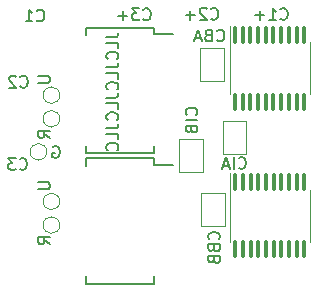
<source format=gbo>
%TF.GenerationSoftware,KiCad,Pcbnew,7.0.5*%
%TF.CreationDate,2023-06-11T19:33:25+08:00*%
%TF.ProjectId,DiveCAN Head,44697665-4341-44e2-9048-6561642e6b69,rev?*%
%TF.SameCoordinates,Original*%
%TF.FileFunction,Legend,Bot*%
%TF.FilePolarity,Positive*%
%FSLAX46Y46*%
G04 Gerber Fmt 4.6, Leading zero omitted, Abs format (unit mm)*
G04 Created by KiCad (PCBNEW 7.0.5) date 2023-06-11 19:33:25*
%MOMM*%
%LPD*%
G01*
G04 APERTURE LIST*
G04 Aperture macros list*
%AMRoundRect*
0 Rectangle with rounded corners*
0 $1 Rounding radius*
0 $2 $3 $4 $5 $6 $7 $8 $9 X,Y pos of 4 corners*
0 Add a 4 corners polygon primitive as box body*
4,1,4,$2,$3,$4,$5,$6,$7,$8,$9,$2,$3,0*
0 Add four circle primitives for the rounded corners*
1,1,$1+$1,$2,$3*
1,1,$1+$1,$4,$5*
1,1,$1+$1,$6,$7*
1,1,$1+$1,$8,$9*
0 Add four rect primitives between the rounded corners*
20,1,$1+$1,$2,$3,$4,$5,0*
20,1,$1+$1,$4,$5,$6,$7,0*
20,1,$1+$1,$6,$7,$8,$9,0*
20,1,$1+$1,$8,$9,$2,$3,0*%
G04 Aperture macros list end*
%ADD10C,0.153000*%
%ADD11C,0.150000*%
%ADD12C,0.120000*%
%ADD13R,1.750000X0.450000*%
%ADD14R,0.850000X0.850000*%
%ADD15O,0.850000X0.850000*%
%ADD16C,1.000000*%
%ADD17R,1.500000X1.000000*%
%ADD18RoundRect,0.100000X-0.100000X0.637500X-0.100000X-0.637500X0.100000X-0.637500X0.100000X0.637500X0*%
G04 APERTURE END LIST*
D10*
X119757142Y-106159424D02*
X119804761Y-106207044D01*
X119804761Y-106207044D02*
X119947618Y-106254663D01*
X119947618Y-106254663D02*
X120042856Y-106254663D01*
X120042856Y-106254663D02*
X120185713Y-106207044D01*
X120185713Y-106207044D02*
X120280951Y-106111805D01*
X120280951Y-106111805D02*
X120328570Y-106016567D01*
X120328570Y-106016567D02*
X120376189Y-105826091D01*
X120376189Y-105826091D02*
X120376189Y-105683234D01*
X120376189Y-105683234D02*
X120328570Y-105492758D01*
X120328570Y-105492758D02*
X120280951Y-105397520D01*
X120280951Y-105397520D02*
X120185713Y-105302282D01*
X120185713Y-105302282D02*
X120042856Y-105254663D01*
X120042856Y-105254663D02*
X119947618Y-105254663D01*
X119947618Y-105254663D02*
X119804761Y-105302282D01*
X119804761Y-105302282D02*
X119757142Y-105349901D01*
X119328570Y-106254663D02*
X119328570Y-105254663D01*
X118899999Y-105968948D02*
X118423809Y-105968948D01*
X118995237Y-106254663D02*
X118661904Y-105254663D01*
X118661904Y-105254663D02*
X118328571Y-106254663D01*
X116159424Y-101671428D02*
X116207044Y-101623809D01*
X116207044Y-101623809D02*
X116254663Y-101480952D01*
X116254663Y-101480952D02*
X116254663Y-101385714D01*
X116254663Y-101385714D02*
X116207044Y-101242857D01*
X116207044Y-101242857D02*
X116111805Y-101147619D01*
X116111805Y-101147619D02*
X116016567Y-101100000D01*
X116016567Y-101100000D02*
X115826091Y-101052381D01*
X115826091Y-101052381D02*
X115683234Y-101052381D01*
X115683234Y-101052381D02*
X115492758Y-101100000D01*
X115492758Y-101100000D02*
X115397520Y-101147619D01*
X115397520Y-101147619D02*
X115302282Y-101242857D01*
X115302282Y-101242857D02*
X115254663Y-101385714D01*
X115254663Y-101385714D02*
X115254663Y-101480952D01*
X115254663Y-101480952D02*
X115302282Y-101623809D01*
X115302282Y-101623809D02*
X115349901Y-101671428D01*
X116254663Y-102100000D02*
X115254663Y-102100000D01*
X115730853Y-102909523D02*
X115778472Y-103052380D01*
X115778472Y-103052380D02*
X115826091Y-103099999D01*
X115826091Y-103099999D02*
X115921329Y-103147618D01*
X115921329Y-103147618D02*
X116064186Y-103147618D01*
X116064186Y-103147618D02*
X116159424Y-103099999D01*
X116159424Y-103099999D02*
X116207044Y-103052380D01*
X116207044Y-103052380D02*
X116254663Y-102957142D01*
X116254663Y-102957142D02*
X116254663Y-102576190D01*
X116254663Y-102576190D02*
X115254663Y-102576190D01*
X115254663Y-102576190D02*
X115254663Y-102909523D01*
X115254663Y-102909523D02*
X115302282Y-103004761D01*
X115302282Y-103004761D02*
X115349901Y-103052380D01*
X115349901Y-103052380D02*
X115445139Y-103099999D01*
X115445139Y-103099999D02*
X115540377Y-103099999D01*
X115540377Y-103099999D02*
X115635615Y-103052380D01*
X115635615Y-103052380D02*
X115683234Y-103004761D01*
X115683234Y-103004761D02*
X115730853Y-102909523D01*
X115730853Y-102909523D02*
X115730853Y-102576190D01*
X117919047Y-95359424D02*
X117966666Y-95407044D01*
X117966666Y-95407044D02*
X118109523Y-95454663D01*
X118109523Y-95454663D02*
X118204761Y-95454663D01*
X118204761Y-95454663D02*
X118347618Y-95407044D01*
X118347618Y-95407044D02*
X118442856Y-95311805D01*
X118442856Y-95311805D02*
X118490475Y-95216567D01*
X118490475Y-95216567D02*
X118538094Y-95026091D01*
X118538094Y-95026091D02*
X118538094Y-94883234D01*
X118538094Y-94883234D02*
X118490475Y-94692758D01*
X118490475Y-94692758D02*
X118442856Y-94597520D01*
X118442856Y-94597520D02*
X118347618Y-94502282D01*
X118347618Y-94502282D02*
X118204761Y-94454663D01*
X118204761Y-94454663D02*
X118109523Y-94454663D01*
X118109523Y-94454663D02*
X117966666Y-94502282D01*
X117966666Y-94502282D02*
X117919047Y-94549901D01*
X117157142Y-94930853D02*
X117014285Y-94978472D01*
X117014285Y-94978472D02*
X116966666Y-95026091D01*
X116966666Y-95026091D02*
X116919047Y-95121329D01*
X116919047Y-95121329D02*
X116919047Y-95264186D01*
X116919047Y-95264186D02*
X116966666Y-95359424D01*
X116966666Y-95359424D02*
X117014285Y-95407044D01*
X117014285Y-95407044D02*
X117109523Y-95454663D01*
X117109523Y-95454663D02*
X117490475Y-95454663D01*
X117490475Y-95454663D02*
X117490475Y-94454663D01*
X117490475Y-94454663D02*
X117157142Y-94454663D01*
X117157142Y-94454663D02*
X117061904Y-94502282D01*
X117061904Y-94502282D02*
X117014285Y-94549901D01*
X117014285Y-94549901D02*
X116966666Y-94645139D01*
X116966666Y-94645139D02*
X116966666Y-94740377D01*
X116966666Y-94740377D02*
X117014285Y-94835615D01*
X117014285Y-94835615D02*
X117061904Y-94883234D01*
X117061904Y-94883234D02*
X117157142Y-94930853D01*
X117157142Y-94930853D02*
X117490475Y-94930853D01*
X116538094Y-95168948D02*
X116061904Y-95168948D01*
X116633332Y-95454663D02*
X116299999Y-94454663D01*
X116299999Y-94454663D02*
X115966666Y-95454663D01*
X118059424Y-112209523D02*
X118107044Y-112161904D01*
X118107044Y-112161904D02*
X118154663Y-112019047D01*
X118154663Y-112019047D02*
X118154663Y-111923809D01*
X118154663Y-111923809D02*
X118107044Y-111780952D01*
X118107044Y-111780952D02*
X118011805Y-111685714D01*
X118011805Y-111685714D02*
X117916567Y-111638095D01*
X117916567Y-111638095D02*
X117726091Y-111590476D01*
X117726091Y-111590476D02*
X117583234Y-111590476D01*
X117583234Y-111590476D02*
X117392758Y-111638095D01*
X117392758Y-111638095D02*
X117297520Y-111685714D01*
X117297520Y-111685714D02*
X117202282Y-111780952D01*
X117202282Y-111780952D02*
X117154663Y-111923809D01*
X117154663Y-111923809D02*
X117154663Y-112019047D01*
X117154663Y-112019047D02*
X117202282Y-112161904D01*
X117202282Y-112161904D02*
X117249901Y-112209523D01*
X117630853Y-112971428D02*
X117678472Y-113114285D01*
X117678472Y-113114285D02*
X117726091Y-113161904D01*
X117726091Y-113161904D02*
X117821329Y-113209523D01*
X117821329Y-113209523D02*
X117964186Y-113209523D01*
X117964186Y-113209523D02*
X118059424Y-113161904D01*
X118059424Y-113161904D02*
X118107044Y-113114285D01*
X118107044Y-113114285D02*
X118154663Y-113019047D01*
X118154663Y-113019047D02*
X118154663Y-112638095D01*
X118154663Y-112638095D02*
X117154663Y-112638095D01*
X117154663Y-112638095D02*
X117154663Y-112971428D01*
X117154663Y-112971428D02*
X117202282Y-113066666D01*
X117202282Y-113066666D02*
X117249901Y-113114285D01*
X117249901Y-113114285D02*
X117345139Y-113161904D01*
X117345139Y-113161904D02*
X117440377Y-113161904D01*
X117440377Y-113161904D02*
X117535615Y-113114285D01*
X117535615Y-113114285D02*
X117583234Y-113066666D01*
X117583234Y-113066666D02*
X117630853Y-112971428D01*
X117630853Y-112971428D02*
X117630853Y-112638095D01*
X117630853Y-113971428D02*
X117678472Y-114114285D01*
X117678472Y-114114285D02*
X117726091Y-114161904D01*
X117726091Y-114161904D02*
X117821329Y-114209523D01*
X117821329Y-114209523D02*
X117964186Y-114209523D01*
X117964186Y-114209523D02*
X118059424Y-114161904D01*
X118059424Y-114161904D02*
X118107044Y-114114285D01*
X118107044Y-114114285D02*
X118154663Y-114019047D01*
X118154663Y-114019047D02*
X118154663Y-113638095D01*
X118154663Y-113638095D02*
X117154663Y-113638095D01*
X117154663Y-113638095D02*
X117154663Y-113971428D01*
X117154663Y-113971428D02*
X117202282Y-114066666D01*
X117202282Y-114066666D02*
X117249901Y-114114285D01*
X117249901Y-114114285D02*
X117345139Y-114161904D01*
X117345139Y-114161904D02*
X117440377Y-114161904D01*
X117440377Y-114161904D02*
X117535615Y-114114285D01*
X117535615Y-114114285D02*
X117583234Y-114066666D01*
X117583234Y-114066666D02*
X117630853Y-113971428D01*
X117630853Y-113971428D02*
X117630853Y-113638095D01*
X108554663Y-95080951D02*
X109268948Y-95080951D01*
X109268948Y-95080951D02*
X109411805Y-95033332D01*
X109411805Y-95033332D02*
X109507044Y-94938094D01*
X109507044Y-94938094D02*
X109554663Y-94795237D01*
X109554663Y-94795237D02*
X109554663Y-94699999D01*
X109554663Y-96033332D02*
X109554663Y-95557142D01*
X109554663Y-95557142D02*
X108554663Y-95557142D01*
X109459424Y-96938094D02*
X109507044Y-96890475D01*
X109507044Y-96890475D02*
X109554663Y-96747618D01*
X109554663Y-96747618D02*
X109554663Y-96652380D01*
X109554663Y-96652380D02*
X109507044Y-96509523D01*
X109507044Y-96509523D02*
X109411805Y-96414285D01*
X109411805Y-96414285D02*
X109316567Y-96366666D01*
X109316567Y-96366666D02*
X109126091Y-96319047D01*
X109126091Y-96319047D02*
X108983234Y-96319047D01*
X108983234Y-96319047D02*
X108792758Y-96366666D01*
X108792758Y-96366666D02*
X108697520Y-96414285D01*
X108697520Y-96414285D02*
X108602282Y-96509523D01*
X108602282Y-96509523D02*
X108554663Y-96652380D01*
X108554663Y-96652380D02*
X108554663Y-96747618D01*
X108554663Y-96747618D02*
X108602282Y-96890475D01*
X108602282Y-96890475D02*
X108649901Y-96938094D01*
X108554663Y-97652380D02*
X109268948Y-97652380D01*
X109268948Y-97652380D02*
X109411805Y-97604761D01*
X109411805Y-97604761D02*
X109507044Y-97509523D01*
X109507044Y-97509523D02*
X109554663Y-97366666D01*
X109554663Y-97366666D02*
X109554663Y-97271428D01*
X109554663Y-98604761D02*
X109554663Y-98128571D01*
X109554663Y-98128571D02*
X108554663Y-98128571D01*
X109459424Y-99509523D02*
X109507044Y-99461904D01*
X109507044Y-99461904D02*
X109554663Y-99319047D01*
X109554663Y-99319047D02*
X109554663Y-99223809D01*
X109554663Y-99223809D02*
X109507044Y-99080952D01*
X109507044Y-99080952D02*
X109411805Y-98985714D01*
X109411805Y-98985714D02*
X109316567Y-98938095D01*
X109316567Y-98938095D02*
X109126091Y-98890476D01*
X109126091Y-98890476D02*
X108983234Y-98890476D01*
X108983234Y-98890476D02*
X108792758Y-98938095D01*
X108792758Y-98938095D02*
X108697520Y-98985714D01*
X108697520Y-98985714D02*
X108602282Y-99080952D01*
X108602282Y-99080952D02*
X108554663Y-99223809D01*
X108554663Y-99223809D02*
X108554663Y-99319047D01*
X108554663Y-99319047D02*
X108602282Y-99461904D01*
X108602282Y-99461904D02*
X108649901Y-99509523D01*
X108554663Y-100223809D02*
X109268948Y-100223809D01*
X109268948Y-100223809D02*
X109411805Y-100176190D01*
X109411805Y-100176190D02*
X109507044Y-100080952D01*
X109507044Y-100080952D02*
X109554663Y-99938095D01*
X109554663Y-99938095D02*
X109554663Y-99842857D01*
X109554663Y-101176190D02*
X109554663Y-100700000D01*
X109554663Y-100700000D02*
X108554663Y-100700000D01*
X109459424Y-102080952D02*
X109507044Y-102033333D01*
X109507044Y-102033333D02*
X109554663Y-101890476D01*
X109554663Y-101890476D02*
X109554663Y-101795238D01*
X109554663Y-101795238D02*
X109507044Y-101652381D01*
X109507044Y-101652381D02*
X109411805Y-101557143D01*
X109411805Y-101557143D02*
X109316567Y-101509524D01*
X109316567Y-101509524D02*
X109126091Y-101461905D01*
X109126091Y-101461905D02*
X108983234Y-101461905D01*
X108983234Y-101461905D02*
X108792758Y-101509524D01*
X108792758Y-101509524D02*
X108697520Y-101557143D01*
X108697520Y-101557143D02*
X108602282Y-101652381D01*
X108602282Y-101652381D02*
X108554663Y-101795238D01*
X108554663Y-101795238D02*
X108554663Y-101890476D01*
X108554663Y-101890476D02*
X108602282Y-102033333D01*
X108602282Y-102033333D02*
X108649901Y-102080952D01*
X108554663Y-102795238D02*
X109268948Y-102795238D01*
X109268948Y-102795238D02*
X109411805Y-102747619D01*
X109411805Y-102747619D02*
X109507044Y-102652381D01*
X109507044Y-102652381D02*
X109554663Y-102509524D01*
X109554663Y-102509524D02*
X109554663Y-102414286D01*
X109554663Y-103747619D02*
X109554663Y-103271429D01*
X109554663Y-103271429D02*
X108554663Y-103271429D01*
X109459424Y-104652381D02*
X109507044Y-104604762D01*
X109507044Y-104604762D02*
X109554663Y-104461905D01*
X109554663Y-104461905D02*
X109554663Y-104366667D01*
X109554663Y-104366667D02*
X109507044Y-104223810D01*
X109507044Y-104223810D02*
X109411805Y-104128572D01*
X109411805Y-104128572D02*
X109316567Y-104080953D01*
X109316567Y-104080953D02*
X109126091Y-104033334D01*
X109126091Y-104033334D02*
X108983234Y-104033334D01*
X108983234Y-104033334D02*
X108792758Y-104080953D01*
X108792758Y-104080953D02*
X108697520Y-104128572D01*
X108697520Y-104128572D02*
X108602282Y-104223810D01*
X108602282Y-104223810D02*
X108554663Y-104366667D01*
X108554663Y-104366667D02*
X108554663Y-104461905D01*
X108554663Y-104461905D02*
X108602282Y-104604762D01*
X108602282Y-104604762D02*
X108649901Y-104652381D01*
X101216666Y-106234424D02*
X101264285Y-106282044D01*
X101264285Y-106282044D02*
X101407142Y-106329663D01*
X101407142Y-106329663D02*
X101502380Y-106329663D01*
X101502380Y-106329663D02*
X101645237Y-106282044D01*
X101645237Y-106282044D02*
X101740475Y-106186805D01*
X101740475Y-106186805D02*
X101788094Y-106091567D01*
X101788094Y-106091567D02*
X101835713Y-105901091D01*
X101835713Y-105901091D02*
X101835713Y-105758234D01*
X101835713Y-105758234D02*
X101788094Y-105567758D01*
X101788094Y-105567758D02*
X101740475Y-105472520D01*
X101740475Y-105472520D02*
X101645237Y-105377282D01*
X101645237Y-105377282D02*
X101502380Y-105329663D01*
X101502380Y-105329663D02*
X101407142Y-105329663D01*
X101407142Y-105329663D02*
X101264285Y-105377282D01*
X101264285Y-105377282D02*
X101216666Y-105424901D01*
X100883332Y-105329663D02*
X100264285Y-105329663D01*
X100264285Y-105329663D02*
X100597618Y-105710615D01*
X100597618Y-105710615D02*
X100454761Y-105710615D01*
X100454761Y-105710615D02*
X100359523Y-105758234D01*
X100359523Y-105758234D02*
X100311904Y-105805853D01*
X100311904Y-105805853D02*
X100264285Y-105901091D01*
X100264285Y-105901091D02*
X100264285Y-106139186D01*
X100264285Y-106139186D02*
X100311904Y-106234424D01*
X100311904Y-106234424D02*
X100359523Y-106282044D01*
X100359523Y-106282044D02*
X100454761Y-106329663D01*
X100454761Y-106329663D02*
X100740475Y-106329663D01*
X100740475Y-106329663D02*
X100835713Y-106282044D01*
X100835713Y-106282044D02*
X100883332Y-106234424D01*
X101266666Y-99259424D02*
X101314285Y-99307044D01*
X101314285Y-99307044D02*
X101457142Y-99354663D01*
X101457142Y-99354663D02*
X101552380Y-99354663D01*
X101552380Y-99354663D02*
X101695237Y-99307044D01*
X101695237Y-99307044D02*
X101790475Y-99211805D01*
X101790475Y-99211805D02*
X101838094Y-99116567D01*
X101838094Y-99116567D02*
X101885713Y-98926091D01*
X101885713Y-98926091D02*
X101885713Y-98783234D01*
X101885713Y-98783234D02*
X101838094Y-98592758D01*
X101838094Y-98592758D02*
X101790475Y-98497520D01*
X101790475Y-98497520D02*
X101695237Y-98402282D01*
X101695237Y-98402282D02*
X101552380Y-98354663D01*
X101552380Y-98354663D02*
X101457142Y-98354663D01*
X101457142Y-98354663D02*
X101314285Y-98402282D01*
X101314285Y-98402282D02*
X101266666Y-98449901D01*
X100885713Y-98449901D02*
X100838094Y-98402282D01*
X100838094Y-98402282D02*
X100742856Y-98354663D01*
X100742856Y-98354663D02*
X100504761Y-98354663D01*
X100504761Y-98354663D02*
X100409523Y-98402282D01*
X100409523Y-98402282D02*
X100361904Y-98449901D01*
X100361904Y-98449901D02*
X100314285Y-98545139D01*
X100314285Y-98545139D02*
X100314285Y-98640377D01*
X100314285Y-98640377D02*
X100361904Y-98783234D01*
X100361904Y-98783234D02*
X100933332Y-99354663D01*
X100933332Y-99354663D02*
X100314285Y-99354663D01*
X102666666Y-93659424D02*
X102714285Y-93707044D01*
X102714285Y-93707044D02*
X102857142Y-93754663D01*
X102857142Y-93754663D02*
X102952380Y-93754663D01*
X102952380Y-93754663D02*
X103095237Y-93707044D01*
X103095237Y-93707044D02*
X103190475Y-93611805D01*
X103190475Y-93611805D02*
X103238094Y-93516567D01*
X103238094Y-93516567D02*
X103285713Y-93326091D01*
X103285713Y-93326091D02*
X103285713Y-93183234D01*
X103285713Y-93183234D02*
X103238094Y-92992758D01*
X103238094Y-92992758D02*
X103190475Y-92897520D01*
X103190475Y-92897520D02*
X103095237Y-92802282D01*
X103095237Y-92802282D02*
X102952380Y-92754663D01*
X102952380Y-92754663D02*
X102857142Y-92754663D01*
X102857142Y-92754663D02*
X102714285Y-92802282D01*
X102714285Y-92802282D02*
X102666666Y-92849901D01*
X101714285Y-93754663D02*
X102285713Y-93754663D01*
X101999999Y-93754663D02*
X101999999Y-92754663D01*
X101999999Y-92754663D02*
X102095237Y-92897520D01*
X102095237Y-92897520D02*
X102190475Y-92992758D01*
X102190475Y-92992758D02*
X102285713Y-93040377D01*
X104037438Y-104367282D02*
X104132676Y-104319663D01*
X104132676Y-104319663D02*
X104275533Y-104319663D01*
X104275533Y-104319663D02*
X104418390Y-104367282D01*
X104418390Y-104367282D02*
X104513628Y-104462520D01*
X104513628Y-104462520D02*
X104561247Y-104557758D01*
X104561247Y-104557758D02*
X104608866Y-104748234D01*
X104608866Y-104748234D02*
X104608866Y-104891091D01*
X104608866Y-104891091D02*
X104561247Y-105081567D01*
X104561247Y-105081567D02*
X104513628Y-105176805D01*
X104513628Y-105176805D02*
X104418390Y-105272044D01*
X104418390Y-105272044D02*
X104275533Y-105319663D01*
X104275533Y-105319663D02*
X104180295Y-105319663D01*
X104180295Y-105319663D02*
X104037438Y-105272044D01*
X104037438Y-105272044D02*
X103989819Y-105224424D01*
X103989819Y-105224424D02*
X103989819Y-104891091D01*
X103989819Y-104891091D02*
X104180295Y-104891091D01*
X102769663Y-107389819D02*
X103579186Y-107389819D01*
X103579186Y-107389819D02*
X103674424Y-107437438D01*
X103674424Y-107437438D02*
X103722044Y-107485057D01*
X103722044Y-107485057D02*
X103769663Y-107580295D01*
X103769663Y-107580295D02*
X103769663Y-107770771D01*
X103769663Y-107770771D02*
X103722044Y-107866009D01*
X103722044Y-107866009D02*
X103674424Y-107913628D01*
X103674424Y-107913628D02*
X103579186Y-107961247D01*
X103579186Y-107961247D02*
X102769663Y-107961247D01*
X103769663Y-112610180D02*
X103293472Y-112276847D01*
X103769663Y-112038752D02*
X102769663Y-112038752D01*
X102769663Y-112038752D02*
X102769663Y-112419704D01*
X102769663Y-112419704D02*
X102817282Y-112514942D01*
X102817282Y-112514942D02*
X102864901Y-112562561D01*
X102864901Y-112562561D02*
X102960139Y-112610180D01*
X102960139Y-112610180D02*
X103102996Y-112610180D01*
X103102996Y-112610180D02*
X103198234Y-112562561D01*
X103198234Y-112562561D02*
X103245853Y-112514942D01*
X103245853Y-112514942D02*
X103293472Y-112419704D01*
X103293472Y-112419704D02*
X103293472Y-112038752D01*
X103769663Y-103610180D02*
X103293472Y-103276847D01*
X103769663Y-103038752D02*
X102769663Y-103038752D01*
X102769663Y-103038752D02*
X102769663Y-103419704D01*
X102769663Y-103419704D02*
X102817282Y-103514942D01*
X102817282Y-103514942D02*
X102864901Y-103562561D01*
X102864901Y-103562561D02*
X102960139Y-103610180D01*
X102960139Y-103610180D02*
X103102996Y-103610180D01*
X103102996Y-103610180D02*
X103198234Y-103562561D01*
X103198234Y-103562561D02*
X103245853Y-103514942D01*
X103245853Y-103514942D02*
X103293472Y-103419704D01*
X103293472Y-103419704D02*
X103293472Y-103038752D01*
X111685714Y-93559424D02*
X111733333Y-93607044D01*
X111733333Y-93607044D02*
X111876190Y-93654663D01*
X111876190Y-93654663D02*
X111971428Y-93654663D01*
X111971428Y-93654663D02*
X112114285Y-93607044D01*
X112114285Y-93607044D02*
X112209523Y-93511805D01*
X112209523Y-93511805D02*
X112257142Y-93416567D01*
X112257142Y-93416567D02*
X112304761Y-93226091D01*
X112304761Y-93226091D02*
X112304761Y-93083234D01*
X112304761Y-93083234D02*
X112257142Y-92892758D01*
X112257142Y-92892758D02*
X112209523Y-92797520D01*
X112209523Y-92797520D02*
X112114285Y-92702282D01*
X112114285Y-92702282D02*
X111971428Y-92654663D01*
X111971428Y-92654663D02*
X111876190Y-92654663D01*
X111876190Y-92654663D02*
X111733333Y-92702282D01*
X111733333Y-92702282D02*
X111685714Y-92749901D01*
X111352380Y-92654663D02*
X110733333Y-92654663D01*
X110733333Y-92654663D02*
X111066666Y-93035615D01*
X111066666Y-93035615D02*
X110923809Y-93035615D01*
X110923809Y-93035615D02*
X110828571Y-93083234D01*
X110828571Y-93083234D02*
X110780952Y-93130853D01*
X110780952Y-93130853D02*
X110733333Y-93226091D01*
X110733333Y-93226091D02*
X110733333Y-93464186D01*
X110733333Y-93464186D02*
X110780952Y-93559424D01*
X110780952Y-93559424D02*
X110828571Y-93607044D01*
X110828571Y-93607044D02*
X110923809Y-93654663D01*
X110923809Y-93654663D02*
X111209523Y-93654663D01*
X111209523Y-93654663D02*
X111304761Y-93607044D01*
X111304761Y-93607044D02*
X111352380Y-93559424D01*
X110304761Y-93273710D02*
X109542857Y-93273710D01*
X109923809Y-93654663D02*
X109923809Y-92892758D01*
X123285714Y-93534424D02*
X123333333Y-93582044D01*
X123333333Y-93582044D02*
X123476190Y-93629663D01*
X123476190Y-93629663D02*
X123571428Y-93629663D01*
X123571428Y-93629663D02*
X123714285Y-93582044D01*
X123714285Y-93582044D02*
X123809523Y-93486805D01*
X123809523Y-93486805D02*
X123857142Y-93391567D01*
X123857142Y-93391567D02*
X123904761Y-93201091D01*
X123904761Y-93201091D02*
X123904761Y-93058234D01*
X123904761Y-93058234D02*
X123857142Y-92867758D01*
X123857142Y-92867758D02*
X123809523Y-92772520D01*
X123809523Y-92772520D02*
X123714285Y-92677282D01*
X123714285Y-92677282D02*
X123571428Y-92629663D01*
X123571428Y-92629663D02*
X123476190Y-92629663D01*
X123476190Y-92629663D02*
X123333333Y-92677282D01*
X123333333Y-92677282D02*
X123285714Y-92724901D01*
X122333333Y-93629663D02*
X122904761Y-93629663D01*
X122619047Y-93629663D02*
X122619047Y-92629663D01*
X122619047Y-92629663D02*
X122714285Y-92772520D01*
X122714285Y-92772520D02*
X122809523Y-92867758D01*
X122809523Y-92867758D02*
X122904761Y-92915377D01*
X121904761Y-93248710D02*
X121142857Y-93248710D01*
X121523809Y-93629663D02*
X121523809Y-92867758D01*
X102769663Y-98389819D02*
X103579186Y-98389819D01*
X103579186Y-98389819D02*
X103674424Y-98437438D01*
X103674424Y-98437438D02*
X103722044Y-98485057D01*
X103722044Y-98485057D02*
X103769663Y-98580295D01*
X103769663Y-98580295D02*
X103769663Y-98770771D01*
X103769663Y-98770771D02*
X103722044Y-98866009D01*
X103722044Y-98866009D02*
X103674424Y-98913628D01*
X103674424Y-98913628D02*
X103579186Y-98961247D01*
X103579186Y-98961247D02*
X102769663Y-98961247D01*
X117410714Y-93509424D02*
X117458333Y-93557044D01*
X117458333Y-93557044D02*
X117601190Y-93604663D01*
X117601190Y-93604663D02*
X117696428Y-93604663D01*
X117696428Y-93604663D02*
X117839285Y-93557044D01*
X117839285Y-93557044D02*
X117934523Y-93461805D01*
X117934523Y-93461805D02*
X117982142Y-93366567D01*
X117982142Y-93366567D02*
X118029761Y-93176091D01*
X118029761Y-93176091D02*
X118029761Y-93033234D01*
X118029761Y-93033234D02*
X117982142Y-92842758D01*
X117982142Y-92842758D02*
X117934523Y-92747520D01*
X117934523Y-92747520D02*
X117839285Y-92652282D01*
X117839285Y-92652282D02*
X117696428Y-92604663D01*
X117696428Y-92604663D02*
X117601190Y-92604663D01*
X117601190Y-92604663D02*
X117458333Y-92652282D01*
X117458333Y-92652282D02*
X117410714Y-92699901D01*
X117029761Y-92699901D02*
X116982142Y-92652282D01*
X116982142Y-92652282D02*
X116886904Y-92604663D01*
X116886904Y-92604663D02*
X116648809Y-92604663D01*
X116648809Y-92604663D02*
X116553571Y-92652282D01*
X116553571Y-92652282D02*
X116505952Y-92699901D01*
X116505952Y-92699901D02*
X116458333Y-92795139D01*
X116458333Y-92795139D02*
X116458333Y-92890377D01*
X116458333Y-92890377D02*
X116505952Y-93033234D01*
X116505952Y-93033234D02*
X117077380Y-93604663D01*
X117077380Y-93604663D02*
X116458333Y-93604663D01*
X116029761Y-93223710D02*
X115267857Y-93223710D01*
X115648809Y-93604663D02*
X115648809Y-92842758D01*
D11*
%TO.C,U10*%
X112575000Y-116000000D02*
X112575000Y-115350000D01*
X112575000Y-116000000D02*
X106825000Y-116000000D01*
X112575000Y-105925000D02*
X114175000Y-105925000D01*
X112575000Y-105350000D02*
X112575000Y-105925000D01*
X112575000Y-105350000D02*
X106825000Y-105350000D01*
X106825000Y-116000000D02*
X106825000Y-115350000D01*
X106825000Y-105350000D02*
X106825000Y-106000000D01*
D12*
%TO.C,TP1*%
X103500000Y-104800000D02*
G75*
G03*
X103500000Y-104800000I-700000J0D01*
G01*
%TO.C,TP13*%
X104600000Y-111000000D02*
G75*
G03*
X104600000Y-111000000I-700000J0D01*
G01*
%TO.C,JP5*%
X118400000Y-105000000D02*
X120400000Y-105000000D01*
X120400000Y-105000000D02*
X120400000Y-102200000D01*
X118400000Y-102200000D02*
X118400000Y-105000000D01*
X120400000Y-102200000D02*
X118400000Y-102200000D01*
%TO.C,JP2*%
X116600000Y-111100000D02*
X118600000Y-111100000D01*
X118600000Y-111100000D02*
X118600000Y-108300000D01*
X116600000Y-108300000D02*
X116600000Y-111100000D01*
X118600000Y-108300000D02*
X116600000Y-108300000D01*
%TO.C,TP11*%
X104600000Y-100000000D02*
G75*
G03*
X104600000Y-100000000I-700000J0D01*
G01*
%TO.C,JP6*%
X116700000Y-103700000D02*
X114700000Y-103700000D01*
X114700000Y-103700000D02*
X114700000Y-106500000D01*
X116700000Y-106500000D02*
X116700000Y-103700000D01*
X114700000Y-106500000D02*
X116700000Y-106500000D01*
%TO.C,TP10*%
X104600000Y-102000000D02*
G75*
G03*
X104600000Y-102000000I-700000J0D01*
G01*
%TO.C,U8*%
X125760000Y-97737500D02*
X125760000Y-95537500D01*
X125760000Y-97737500D02*
X125760000Y-99937500D01*
X118990000Y-97737500D02*
X118990000Y-94137500D01*
X118990000Y-97737500D02*
X118990000Y-99937500D01*
%TO.C,JP1*%
X116500000Y-98800000D02*
X118500000Y-98800000D01*
X118500000Y-98800000D02*
X118500000Y-96000000D01*
X116500000Y-96000000D02*
X116500000Y-98800000D01*
X118500000Y-96000000D02*
X116500000Y-96000000D01*
%TO.C,U11*%
X125785000Y-110200000D02*
X125785000Y-108000000D01*
X125785000Y-110200000D02*
X125785000Y-112400000D01*
X119015000Y-110200000D02*
X119015000Y-106600000D01*
X119015000Y-110200000D02*
X119015000Y-112400000D01*
D11*
%TO.C,U7*%
X112575000Y-104925000D02*
X112575000Y-104275000D01*
X112575000Y-104925000D02*
X106825000Y-104925000D01*
X112575000Y-94850000D02*
X114175000Y-94850000D01*
X112575000Y-94275000D02*
X112575000Y-94850000D01*
X112575000Y-94275000D02*
X106825000Y-94275000D01*
X106825000Y-104925000D02*
X106825000Y-104275000D01*
X106825000Y-94275000D02*
X106825000Y-94925000D01*
D12*
%TO.C,TP14*%
X104600000Y-109000000D02*
G75*
G03*
X104600000Y-109000000I-700000J0D01*
G01*
%TD*%
%LPC*%
D13*
%TO.C,U10*%
X113300000Y-106450000D03*
X113300000Y-107100000D03*
X113300000Y-107750000D03*
X113300000Y-108400000D03*
X113300000Y-109050000D03*
X113300000Y-109700000D03*
X113300000Y-110350000D03*
X113300000Y-111000000D03*
X113300000Y-111650000D03*
X113300000Y-112300000D03*
X113300000Y-112950000D03*
X113300000Y-113600000D03*
X113300000Y-114250000D03*
X113300000Y-114900000D03*
X106100000Y-114900000D03*
X106100000Y-114250000D03*
X106100000Y-113600000D03*
X106100000Y-112950000D03*
X106100000Y-112300000D03*
X106100000Y-111650000D03*
X106100000Y-111000000D03*
X106100000Y-110350000D03*
X106100000Y-109700000D03*
X106100000Y-109050000D03*
X106100000Y-108400000D03*
X106100000Y-107750000D03*
X106100000Y-107100000D03*
X106100000Y-106450000D03*
%TD*%
D14*
%TO.C,J11*%
X120400000Y-93300000D03*
D15*
X119400000Y-93300000D03*
%TD*%
D14*
%TO.C,J2*%
X108900000Y-93300000D03*
D15*
X107900000Y-93300000D03*
%TD*%
D14*
%TO.C,J1*%
X114655000Y-93300000D03*
D15*
X113655000Y-93300000D03*
%TD*%
D14*
%TO.C,J3*%
X121600000Y-102900000D03*
D15*
X122600000Y-102900000D03*
%TD*%
D16*
%TO.C,TP1*%
X102800000Y-104800000D03*
%TD*%
D14*
%TO.C,J7*%
X101270001Y-106925000D03*
D15*
X101270001Y-107925000D03*
X101270001Y-108925000D03*
X101270001Y-109925000D03*
%TD*%
D14*
%TO.C,J5*%
X101100000Y-93260000D03*
D15*
X101100000Y-94260000D03*
X101100000Y-95260000D03*
X101100000Y-96260000D03*
%TD*%
D14*
%TO.C,J6*%
X101167498Y-100125000D03*
D15*
X101167498Y-101125000D03*
X101167498Y-102125000D03*
X101167498Y-103125000D03*
%TD*%
D14*
%TO.C,J4*%
X124800000Y-102600000D03*
D15*
X124800000Y-103600000D03*
X124800000Y-104600000D03*
X124800000Y-105600000D03*
%TD*%
D14*
%TO.C,J8*%
X115800000Y-96000000D03*
D15*
X115800000Y-97000000D03*
X115800000Y-98000000D03*
X115800000Y-99000000D03*
X115800000Y-100000000D03*
%TD*%
D14*
%TO.C,J9*%
X115750000Y-107500000D03*
D15*
X115750000Y-108500000D03*
X115750000Y-109500000D03*
X115750000Y-110500000D03*
X115750000Y-111500000D03*
%TD*%
%TO.C,J10*%
X122600000Y-105400000D03*
D14*
X121600000Y-105400000D03*
%TD*%
D16*
%TO.C,TP13*%
X103900000Y-111000000D03*
%TD*%
D17*
%TO.C,JP5*%
X119400000Y-104250000D03*
X119400000Y-102950000D03*
%TD*%
%TO.C,JP2*%
X117600000Y-110350000D03*
X117600000Y-109050000D03*
%TD*%
D16*
%TO.C,TP11*%
X103900000Y-100000000D03*
%TD*%
D17*
%TO.C,JP6*%
X115700000Y-104450000D03*
X115700000Y-105750000D03*
%TD*%
D16*
%TO.C,TP10*%
X103900000Y-102000000D03*
%TD*%
D18*
%TO.C,U8*%
X119450000Y-94875000D03*
X120100000Y-94875000D03*
X120750000Y-94875000D03*
X121400000Y-94875000D03*
X122050000Y-94875000D03*
X122700000Y-94875000D03*
X123350000Y-94875000D03*
X124000000Y-94875000D03*
X124650000Y-94875000D03*
X125300000Y-94875000D03*
X125300000Y-100600000D03*
X124650000Y-100600000D03*
X124000000Y-100600000D03*
X123350000Y-100600000D03*
X122700000Y-100600000D03*
X122050000Y-100600000D03*
X121400000Y-100600000D03*
X120750000Y-100600000D03*
X120100000Y-100600000D03*
X119450000Y-100600000D03*
%TD*%
D17*
%TO.C,JP1*%
X117500000Y-98050000D03*
X117500000Y-96750000D03*
%TD*%
D18*
%TO.C,U11*%
X119475000Y-107337500D03*
X120125000Y-107337500D03*
X120775000Y-107337500D03*
X121425000Y-107337500D03*
X122075000Y-107337500D03*
X122725000Y-107337500D03*
X123375000Y-107337500D03*
X124025000Y-107337500D03*
X124675000Y-107337500D03*
X125325000Y-107337500D03*
X125325000Y-113062500D03*
X124675000Y-113062500D03*
X124025000Y-113062500D03*
X123375000Y-113062500D03*
X122725000Y-113062500D03*
X122075000Y-113062500D03*
X121425000Y-113062500D03*
X120775000Y-113062500D03*
X120125000Y-113062500D03*
X119475000Y-113062500D03*
%TD*%
D13*
%TO.C,U7*%
X113300000Y-95375000D03*
X113300000Y-96025000D03*
X113300000Y-96675000D03*
X113300000Y-97325000D03*
X113300000Y-97975000D03*
X113300000Y-98625000D03*
X113300000Y-99275000D03*
X113300000Y-99925000D03*
X113300000Y-100575000D03*
X113300000Y-101225000D03*
X113300000Y-101875000D03*
X113300000Y-102525000D03*
X113300000Y-103175000D03*
X113300000Y-103825000D03*
X106100000Y-103825000D03*
X106100000Y-103175000D03*
X106100000Y-102525000D03*
X106100000Y-101875000D03*
X106100000Y-101225000D03*
X106100000Y-100575000D03*
X106100000Y-99925000D03*
X106100000Y-99275000D03*
X106100000Y-98625000D03*
X106100000Y-97975000D03*
X106100000Y-97325000D03*
X106100000Y-96675000D03*
X106100000Y-96025000D03*
X106100000Y-95375000D03*
%TD*%
D16*
%TO.C,TP14*%
X103900000Y-109000000D03*
%TD*%
%LPD*%
M02*

</source>
